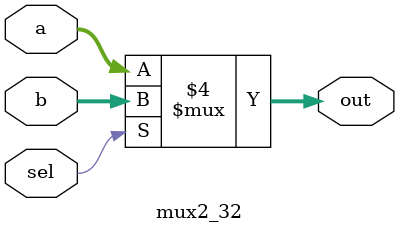
<source format=v>
module mux2_32(a, b, sel, out);
	input [31:0] a,b;
	input sel;
	output [31:0] out;
	reg [31:0] out;
	
	always @(a or b or sel) begin
		if (sel == 1'b0) out <= a;
		else out <= b;
	end
endmodule

</source>
